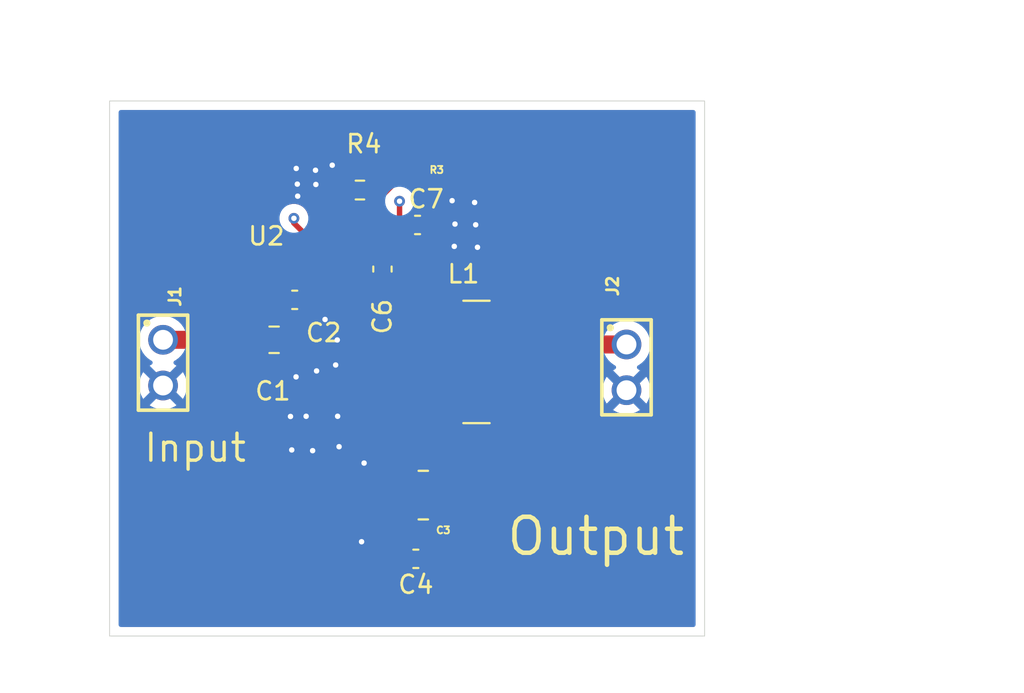
<source format=kicad_pcb>
(kicad_pcb (version 20241229) (generator "pcbnew") (generator_version "9.0")
  (layers (0 "F.Cu" signal) (4 "In1.Cu" signal) (6 "In2.Cu" signal) (2 "B.Cu" signal) (13 "F.Paste" user) (15 "B.Paste" user) (5 "F.SilkS" user "F.Silkscreen") (7 "B.SilkS" user "B.Silkscreen") (1 "F.Mask" user) (3 "B.Mask" user) (25 "Edge.Cuts" user))
  (net 0 "")
  (net 1 "Net-(U2-BOOT)")
  (net 2 "Net-(U2-EN_UVLO)")
  (net 3 "Net-(U2-SW)")
  (net 5 "Net-(U2-MODE_SYNC)")
  (net 6 "Net-(U2-FB)")
  (net 7 "GND")
  (net 8 "Net-(C3-Pad1)")
  (footprint "footprints:RPE0009A" (layer "F.Cu") (at 101.810001 73.292)
    (property "Reference" "U2" (at -3.029999 -0.612 0) (layer "F.SilkS"))
    (property "Value" "LMR36503MSCQRPERQ1" (hide yes))
    (pad "1" smd custom (at -0.900001 -0.738) (size 0.2 0.2) (layers "F.Cu" "F.Mask" "F.Paste") (net 5 "Net-(U2-MODE_SYNC)") (options (clearance outline) (anchor rect)) (primitives (gr_poly (pts (xy -0.299999 0.0625) (xy -0.299999 -0.062501) (xy -0.249999 -0.112501) (xy 0.000003 -0.112501) (xy 0.050003 -0.162501) (xy 0.050003 -0.412501) (xy 0.100003 -0.462501) (xy 0.400002 -0.462501) (xy 0.450002 -0.412501) (xy 0.450002 0.0625) (xy 0.400002 0.1125) (xy -0.249999 0.1125)) (width 0) (fill yes))))
    (pad "2" smd rect (at -0.900001 -0.25) (size 0.599999 0.249999) (layers "F.Cu" "F.Mask" "F.Paste"))
    (pad "3" smd rect (at -0.900001 0.25) (size 0.599999 0.249999) (layers "F.Cu" "F.Mask" "F.Paste") (net 2 "Net-(U2-EN_UVLO)"))
    (pad "4" smd custom (at -0.900001 0.738) (size 0.2 0.2) (layers "F.Cu" "F.Mask" "F.Paste") (net 2 "Net-(U2-EN_UVLO)") (options (clearance outline) (anchor rect)) (primitives (gr_poly (pts (xy -0.299999 -0.0625) (xy -0.299999 0.062501) (xy -0.249999 0.112501) (xy 0.000003 0.112501) (xy 0.050003 0.162501) (xy 0.050003 0.412501) (xy 0.100003 0.462501) (xy 0.400002 0.462503) (xy 0.450002 0.412503) (xy 0.450002 -0.0625) (xy 0.400002 -0.1125) (xy -0.249999 -0.1125)) (width 0) (fill yes))))
    (pad "5" smd custom (at 0.900001 0.738) (size 0.2 0.2) (layers "F.Cu" "F.Mask" "F.Paste") (net 3 "Net-(U2-SW)") (options (clearance outline) (anchor rect)) (primitives (gr_poly (pts (xy 0.299999 -0.0625) (xy 0.299999 0.062501) (xy 0.249999 0.112501) (xy -0.000003 0.112501) (xy -0.050003 0.162501) (xy -0.050003 0.412501) (xy -0.100003 0.462501) (xy -0.400002 0.462503) (xy -0.450002 0.412503) (xy -0.450002 -0.0625) (xy -0.400002 -0.1125) (xy 0.249999 -0.1125)) (width 0) (fill yes))))
    (pad "6" smd rect (at 0.900001 0.25) (size 0.599999 0.249999) (layers "F.Cu" "F.Mask" "F.Paste") (net 1 "Net-(U2-BOOT)"))
    (pad "7" smd rect (at 0.900001 -0.25) (size 0.599999 0.249999) (layers "F.Cu" "F.Mask" "F.Paste") (net 5 "Net-(U2-MODE_SYNC)"))
    (pad "8" smd custom (at 0.900001 -0.738) (size 0.2 0.2) (layers "F.Cu" "F.Mask" "F.Paste") (net 6 "Net-(U2-FB)") (options (clearance outline) (anchor rect)) (primitives (gr_poly (pts (xy 0.299999 0.0625) (xy 0.299999 -0.062501) (xy 0.249999 -0.112501) (xy -0.000003 -0.112501) (xy -0.050003 -0.162501) (xy -0.050003 -0.412501) (xy -0.100003 -0.462501) (xy -0.400002 -0.462501) (xy -0.450002 -0.412501) (xy -0.450002 0.0625) (xy -0.400002 0.1125) (xy 0.249999 0.1125)) (width 0) (fill yes))))
    (pad "9" smd rect (at 0 -0.549999) (size 0.349999 1.3) (layers "F.Cu" "F.Mask") (net 7 "GND"))
  )
  (footprint "Capacitor_SMD:C_0805_2012Metric" (layer "F.Cu") (at 99.21 78.44)
    (property "Reference" "C1" (at -0.07 2.85 0) (layer "F.SilkS"))
    (property "Value" "2.2uf" (hide yes))
    (fp_line (start -0.261252 -0.735) (end 0.261252 -0.735) (stroke (width 0.12)) (layer "F.SilkS"))
    (fp_line (start -0.261252 0.735) (end 0.261252 0.735) (stroke (width 0.12)) (layer "F.SilkS"))
    (pad "1" smd roundrect (at -0.95 0) (size 1 1.45) (layers "F.Cu" "F.Mask" "F.Paste") (net 2 "Net-(U2-EN_UVLO)"))
    (pad "2" smd roundrect (at 0.95 0) (size 1 1.45) (layers "F.Cu" "F.Mask" "F.Paste") (net 7 "GND"))
  )
  (footprint "61300211121:61300211121" (layer "F.Cu") (at 118.79 79.97 -90)
    (property "Reference" "J2" (at -4.52 0.77 90) (layer "F.SilkS") (effects (font (size 0.64 0.64))))
    (property "Value" "6130XX11121_61300211121" (hide yes))
    (fp_line (start -2.64 1.37) (end -2.64 -1.37) (stroke (width 0.2)) (layer "F.SilkS"))
    (fp_line (start 2.64 1.37) (end -2.64 1.37) (stroke (width 0.2)) (layer "F.SilkS"))
    (fp_line (start -2.64 -1.37) (end 2.64 -1.37) (stroke (width 0.2)) (layer "F.SilkS"))
    (fp_line (start 2.64 -1.37) (end 2.64 1.37) (stroke (width 0.2)) (layer "F.SilkS"))
    (fp_circle (center -2.2 0.9) (end -2.1 0.9) (stroke (width 0.2)) (fill no) (layer "F.SilkS"))
    (pad "1" thru_hole circle (at -1.27 0 270) (size 1.65 1.65) (drill 1.1) (layers "*.Cu" "*.Mask") (net 8 "Net-(C3-Pad1)"))
    (pad "2" thru_hole circle (at 1.27 0 270) (size 1.65 1.65) (drill 1.1) (layers "*.Cu" "*.Mask") (net 7 "GND"))
  )
  (footprint "GCM32ER71C226KE19L:CAPC3225X270N" (layer "F.Cu") (at 107.5 87.07 180)
    (property "Reference" "C3" (at -1.11 -1.95 0) (layer "F.SilkS") (effects (font (size 0.393701 0.393701) (thickness 0.098425))))
    (property "Value" "22uf")
    (fp_line (start -0.26 1.35) (end 0.26 1.35) (stroke (width 0.127)) (layer "F.SilkS"))
    (fp_line (start -0.26 -1.35) (end 0.26 -1.35) (stroke (width 0.127)) (layer "F.SilkS"))
    (pad "1" smd rect (at -1.341 0 180) (size 1.53 2.72) (layers "F.Cu" "F.Mask" "F.Paste") (net 8 "Net-(C3-Pad1)"))
    (pad "2" smd rect (at 1.341 0 180) (size 1.53 2.72) (layers "F.Cu" "F.Mask" "F.Paste") (net 7 "GND"))
  )
  (footprint "Capacitor_SMD:C_0603_1608Metric" (layer "F.Cu") (at 105.23 74.51 -90)
    (property "Reference" "C6" (at 2.645 0.01 90) (layer "F.SilkS"))
    (property "Value" ".1uf" (hide yes))
    (fp_line (start -0.14058 0.51) (end 0.14058 0.51) (stroke (width 0.12)) (layer "F.SilkS"))
    (fp_line (start -0.14058 -0.51) (end 0.14058 -0.51) (stroke (width 0.12)) (layer "F.SilkS"))
    (pad "1" smd roundrect (at -0.775 0 270) (size 0.9 0.95) (layers "F.Cu" "F.Mask" "F.Paste") (net 1 "Net-(U2-BOOT)"))
    (pad "2" smd roundrect (at 0.775 0 270) (size 0.9 0.95) (layers "F.Cu" "F.Mask" "F.Paste") (net 3 "Net-(U2-SW)"))
  )
  (footprint "RC0603FR_07100KL:RESC1607X60N" (layer "F.Cu") (at 107.985 67.9 180)
    (property "Reference" "R3" (at -0.26 -1.1 0) (layer "F.SilkS") (effects (font (size 0.393701 0.393701) (thickness 0.098425))))
    (property "Value" "100k" (hide yes))
    (pad "1" smd rect (at -0.735 0 180) (size 1.04 1.02) (layers "F.Cu" "F.Mask" "F.Paste") (net 8 "Net-(C3-Pad1)"))
    (pad "2" smd rect (at 0.735 0 180) (size 1.04 1.02) (layers "F.Cu" "F.Mask" "F.Paste") (net 6 "Net-(U2-FB)"))
  )
  (footprint "Capacitor_SMD:C_0603_1608Metric" (layer "F.Cu") (at 100.355 76.22)
    (property "Reference" "C2" (at 1.605 1.83 0) (layer "F.SilkS"))
    (property "Value" ".1uf" (hide yes))
    (fp_line (start -0.14058 -0.51) (end 0.14058 -0.51) (stroke (width 0.12)) (layer "F.SilkS"))
    (fp_line (start -0.14058 0.51) (end 0.14058 0.51) (stroke (width 0.12)) (layer "F.SilkS"))
    (pad "1" smd roundrect (at -0.775 0) (size 0.9 0.95) (layers "F.Cu" "F.Mask" "F.Paste") (net 2 "Net-(U2-EN_UVLO)"))
    (pad "2" smd roundrect (at 0.775 0) (size 0.9 0.95) (layers "F.Cu" "F.Mask" "F.Paste") (net 7 "GND"))
  )
  (footprint "SRR6038-330Y:IND_SRR6038-330Y" (layer "F.Cu") (at 110.455 79.67)
    (property "Reference" "L1" (at -0.725 -4.885 0) (layer "F.SilkS"))
    (property "Value" "33uH")
    (fp_line (start -0.73 -3.4) (end 0.73 -3.4) (stroke (width 0.127)) (layer "F.SilkS"))
    (fp_line (start 0.73 3.4) (end -0.73 3.4) (stroke (width 0.127)) (layer "F.SilkS"))
    (pad "1" smd custom (at -3.175 0) (size 0.5 0.5) (layers "F.Cu") (net 3 "Net-(U2-SW)") (options (clearance outline) (anchor rect)) (primitives (gr_poly (pts (xy 2.125 3.65) (xy -0.075 3.65) (xy -0.096 3.649) (xy -0.117 3.648) (xy -0.138 3.645) (xy -0.158 3.641) (xy -0.179 3.636) (xy -0.199 3.63) (xy -0.218 3.623) (xy -0.238 3.615) (xy -0.257 3.606) (xy -0.275 3.596) (xy -0.293 3.585) (xy -0.31 3.574) (xy -0.327 3.561) (xy -0.343 3.547) (xy -0.358 3.533) (xy -0.372 3.518) (xy -0.386 3.502) (xy -0.399 3.485) (xy -0.41 3.468) (xy -0.421 3.45) (xy -0.431 3.432) (xy -0.44 3.413) (xy -0.448 3.393) (xy -0.455 3.374) (xy -0.461 3.354) (xy -0.466 3.333) (xy -0.47 3.313) (xy -0.473 3.292) (xy -0.474 3.271) (xy -0.475 3.25) (xy -0.475 -3.25) (xy -0.474 -3.271) (xy -0.473 -3.292) (xy -0.47 -3.313) (xy -0.466 -3.333) (xy -0.461 -3.354) (xy -0.455 -3.374) (xy -0.448 -3.393) (xy -0.44 -3.413) (xy -0.431 -3.432) (xy -0.421 -3.45) (xy -0.41 -3.468) (xy -0.399 -3.485) (xy -0.386 -3.502) (xy -0.372 -3.518) (xy -0.358 -3.533) (xy -0.343 -3.547) (xy -0.327 -3.561) (xy -0.31 -3.574) (xy -0.293 -3.585) (xy -0.275 -3.596) (xy -0.257 -3.606) (xy -0.238 -3.615) (xy -0.218 -3.623) (xy -0.199 -3.63) (xy -0.179 -3.636) (xy -0.158 -3.641) (xy -0.138 -3.645) (xy -0.117 -3.648) (xy -0.096 -3.649) (xy -0.075 -3.65) (xy 2.125 -3.65) (xy 2.125 -2.488) (xy 2.02 -2.441) (xy 1.926 -2.395) (xy 1.834 -2.345) (xy 1.744 -2.291) (xy 1.656 -2.234) (xy 1.57 -2.173) (xy 1.487 -2.109) (xy 1.406 -2.042) (xy 1.328 -1.972) (xy 1.253 -1.898) (xy 1.181 -1.822) (xy 1.111 -1.743) (xy 1.045 -1.662) (xy 0.982 -1.578) (xy 0.922 -1.491) (xy 0.866 -1.403) (xy 0.814 -1.312) (xy 0.764 -1.219) (xy 0.719 -1.125) (xy 0.677 -1.028) (xy 0.639 -0.93) (xy 0.605 -0.831) (xy 0.575 -0.731) (xy 0.548 -0.629) (xy 0.526 -0.526) (xy 0.508 -0.423) (xy 0.493 -0.319) (xy 0.483 -0.214) (xy 0.477 -0.11) (xy 0.475 0) (xy 0.477 0.11) (xy 0.483 0.214) (xy 0.493 0.319) (xy 0.508 0.423) (xy 0.526 0.526) (xy 0.548 0.629) (xy 0.575 0.731) (xy 0.605 0.831) (xy 0.639 0.93) (xy 0.677 1.028) (xy 0.719 1.125) (xy 0.764 1.219) (xy 0.814 1.312) (xy 0.866 1.403) (xy 0.922 1.491) (xy 0.982 1.578) (xy 1.045 1.662) (xy 1.111 1.743) (xy 1.181 1.822) (xy 1.253 1.898) (xy 1.328 1.972) (xy 1.406 2.042) (xy 1.487 2.109) (xy 1.57 2.173) (xy 1.656 2.234) (xy 1.744 2.291) (xy 1.834 2.345) (xy 1.926 2.395) (xy 2.02 2.441) (xy 2.125 2.488) (xy 2.125 3.65)) (width 0.01) (fill yes))))
    (pad "2" smd custom (at 3.175 0) (size 0.5 0.5) (layers "F.Cu") (net 8 "Net-(C3-Pad1)") (options (clearance outline) (anchor rect)) (primitives (gr_poly (pts (xy 0.475 -3.25) (xy 0.475 3.25) (xy 0.474 3.271) (xy 0.473 3.292) (xy 0.47 3.313) (xy 0.466 3.333) (xy 0.461 3.354) (xy 0.455 3.374) (xy 0.448 3.393) (xy 0.44 3.413) (xy 0.431 3.432) (xy 0.421 3.45) (xy 0.41 3.468) (xy 0.399 3.485) (xy 0.386 3.502) (xy 0.372 3.518) (xy 0.358 3.533) (xy 0.343 3.547) (xy 0.327 3.561) (xy 0.31 3.574) (xy 0.293 3.585) (xy 0.275 3.596) (xy 0.257 3.606) (xy 0.238 3.615) (xy 0.218 3.623) (xy 0.199 3.63) (xy 0.179 3.636) (xy 0.158 3.641) (xy 0.138 3.645) (xy 0.117 3.648) (xy 0.096 3.649) (xy 0.075 3.65) (xy -2.125 3.65) (xy -2.125 2.488) (xy -2.02 2.441) (xy -1.926 2.395) (xy -1.834 2.345) (xy -1.744 2.291) (xy -1.656 2.234) (xy -1.57 2.173) (xy -1.487 2.109) (xy -1.406 2.042) (xy -1.328 1.972) (xy -1.253 1.898) (xy -1.181 1.822) (xy -1.111 1.743) (xy -1.045 1.662) (xy -0.982 1.578) (xy -0.922 1.491) (xy -0.866 1.403) (xy -0.814 1.312) (xy -0.764 1.219) (xy -0.719 1.125) (xy -0.677 1.028) (xy -0.639 0.93) (xy -0.605 0.831) (xy -0.575 0.731) (xy -0.548 0.629) (xy -0.526 0.526) (xy -0.508 0.423) (xy -0.493 0.319) (xy -0.483 0.214) (xy -0.477 0.11) (xy -0.475 0) (xy -0.477 -0.11) (xy -0.483 -0.214) (xy -0.493 -0.319) (xy -0.508 -0.423) (xy -0.526 -0.526) (xy -0.548 -0.629) (xy -0.575 -0.731) (xy -0.605 -0.831) (xy -0.639 -0.93) (xy -0.677 -1.028) (xy -0.719 -1.125) (xy -0.764 -1.219) (xy -0.814 -1.312) (xy -0.866 -1.403) (xy -0.922 -1.491) (xy -0.982 -1.578) (xy -1.045 -1.662) (xy -1.111 -1.743) (xy -1.181 -1.822) (xy -1.253 -1.898) (xy -1.328 -1.972) (xy -1.406 -2.042) (xy -1.487 -2.109) (xy -1.57 -2.173) (xy -1.656 -2.234) (xy -1.744 -2.291) (xy -1.834 -2.345) (xy -1.926 -2.395) (xy -2.02 -2.441) (xy -2.125 -2.488) (xy -2.125 -3.65) (xy 0.075 -3.65) (xy 0.096 -3.649) (xy 0.117 -3.648) (xy 0.138 -3.645) (xy 0.158 -3.641) (xy 0.179 -3.636) (xy 0.199 -3.63) (xy 0.218 -3.623) (xy 0.238 -3.615) (xy 0.257 -3.606) (xy 0.275 -3.596) (xy 0.293 -3.585) (xy 0.31 -3.574) (xy 0.327 -3.561) (xy 0.343 -3.547) (xy 0.358 -3.533) (xy 0.372 -3.518) (xy 0.386 -3.502) (xy 0.399 -3.485) (xy 0.41 -3.468) (xy 0.421 -3.45) (xy 0.431 -3.432) (xy 0.44 -3.413) (xy 0.448 -3.393) (xy 0.455 -3.374) (xy 0.461 -3.354) (xy 0.466 -3.333) (xy 0.47 -3.313) (xy 0.473 -3.292) (xy 0.474 -3.271) (xy 0.475 -3.25)) (width 0.01) (fill yes))))
  )
  (footprint "Capacitor_SMD:C_0603_1608Metric" (layer "F.Cu") (at 107.085 90.61 180)
    (property "Reference" "C4" (at 0 -1.43 0) (layer "F.SilkS"))
    (property "Value" ".1uf")
    (fp_line (start -0.14058 0.51) (end 0.14058 0.51) (stroke (width 0.12)) (layer "F.SilkS"))
    (fp_line (start -0.14058 -0.51) (end 0.14058 -0.51) (stroke (width 0.12)) (layer "F.SilkS"))
    (pad "1" smd roundrect (at -0.775 0 180) (size 0.9 0.95) (layers "F.Cu" "F.Mask" "F.Paste") (net 8 "Net-(C3-Pad1)"))
    (pad "2" smd roundrect (at 0.775 0 180) (size 0.9 0.95) (layers "F.Cu" "F.Mask" "F.Paste") (net 7 "GND"))
  )
  (footprint "Capacitor_SMD:C_0603_1608Metric" (layer "F.Cu") (at 107.18 72.06)
    (property "Reference" "C7" (at 0.48 -1.44 0) (layer "F.SilkS"))
    (property "Value" "1uf" (hide yes))
    (fp_line (start -0.14058 -0.51) (end 0.14058 -0.51) (stroke (width 0.12)) (layer "F.SilkS"))
    (fp_line (start -0.14058 0.51) (end 0.14058 0.51) (stroke (width 0.12)) (layer "F.SilkS"))
    (pad "1" smd roundrect (at -0.775 0) (size 0.9 0.95) (layers "F.Cu" "F.Mask" "F.Paste") (net 5 "Net-(U2-MODE_SYNC)"))
    (pad "2" smd roundrect (at 0.775 0) (size 0.9 0.95) (layers "F.Cu" "F.Mask" "F.Paste") (net 7 "GND"))
  )
  (footprint "Resistor_SMD:R_0603_1608Metric" (layer "F.Cu") (at 103.98 70.12 180)
    (property "Reference" "R4" (at -0.215 2.56 0) (layer "F.SilkS"))
    (property "Value" "43.2k" (hide yes))
    (fp_line (start -0.237258 0.5225) (end 0.237258 0.5225) (stroke (width 0.12)) (layer "F.SilkS"))
    (fp_line (start -0.237258 -0.5225) (end 0.237258 -0.5225) (stroke (width 0.12)) (layer "F.SilkS"))
    (pad "1" smd roundrect (at -0.825 0 180) (size 0.8 0.95) (layers "F.Cu" "F.Mask" "F.Paste") (net 6 "Net-(U2-FB)"))
    (pad "2" smd roundrect (at 0.825 0 180) (size 0.8 0.95) (layers "F.Cu" "F.Mask" "F.Paste") (net 7 "GND"))
  )
  (footprint "61300211121:61300211121" (layer "F.Cu") (at 93.04 79.71 -90)
    (property "Reference" "J1" (at -3.68 -0.6625 90) (layer "F.SilkS") (effects (font (size 0.64 0.64))))
    (property "Value" "6130XX11121_61300211121" (hide yes))
    (fp_line (start -2.64 1.37) (end -2.64 -1.37) (stroke (width 0.2)) (layer "F.SilkS"))
    (fp_line (start 2.64 1.37) (end -2.64 1.37) (stroke (width 0.2)) (layer "F.SilkS"))
    (fp_line (start -2.64 -1.37) (end 2.64 -1.37) (stroke (width 0.2)) (layer "F.SilkS"))
    (fp_line (start 2.64 -1.37) (end 2.64 1.37) (stroke (width 0.2)) (layer "F.SilkS"))
    (fp_circle (center -2.2 0.9) (end -2.1 0.9) (stroke (width 0.2)) (fill no) (layer "F.SilkS"))
    (pad "1" thru_hole circle (at -1.27 0 270) (size 1.65 1.65) (drill 1.1) (layers "*.Cu" "*.Mask") (net 2 "Net-(U2-EN_UVLO)"))
    (pad "2" thru_hole circle (at 1.27 0 270) (size 1.65 1.65) (drill 1.1) (layers "*.Cu" "*.Mask") (net 7 "GND"))
  )
  (gr_rect (start 90.07 65.17) (end 123.13 94.9) (stroke (width 0.05)) (fill no) (layer "Edge.Cuts"))
  (gr_text "Input" (at 91.88 85.32 0) (layer "F.SilkS") (effects (font (size 1.5 1.5) (thickness 0.1875)) (justify left bottom)))
  (gr_text "Output" (at 112.02 90.53 0) (layer "F.SilkS") (effects (font (size 2 2) (thickness 0.25)) (justify left bottom)))
  (segment (start 104.497 73.542) (end 104.69 73.735) (width 0.3) (layer "F.Cu") (net 1))
  (segment (start 102.710002 73.542) (end 104.497 73.542) (width 0.3) (layer "F.Cu") (net 1))
  (segment (start 100.91 73.542) (end 100.91 74.03) (width 0.3) (layer "F.Cu") (net 2))
  (segment (start 95.46 78.44) (end 95.56 78.34) (width 1) (layer "F.Cu") (net 2))
  (segment (start 93.04 78.44) (end 95.46 78.44) (width 1) (layer "F.Cu") (net 2))
  (segment (start 106.405 72.06) (end 104.85 72.06) (width 0.3) (layer "F.Cu") (net 5))
  (segment (start 100.31 71.954) (end 100.31 71.69) (width 0.3) (layer "F.Cu") (net 5))
  (segment (start 100.91 72.554) (end 100.31 71.954) (width 0.3) (layer "F.Cu") (net 5))
  (segment (start 106.18 71.835) (end 106.405 72.06) (width 0.3) (layer "F.Cu") (net 5))
  (segment (start 100.31 71.69) (end 100.31 71.67) (width 0.3) (layer "F.Cu") (net 5))
  (segment (start 106.18 70.74) (end 106.18 71.835) (width 0.3) (layer "F.Cu") (net 5))
  (segment (start 104.85 72.06) (end 103.868 73.042) (width 0.3) (layer "F.Cu") (net 5))
  (segment (start 103.868 73.042) (end 102.710002 73.042) (width 0.3) (layer "F.Cu") (net 5))
  (via (at 106.18 70.74) (size 0.6) (drill 0.3) (layers "F.Cu" "B.Cu") (net 5))
  (via (at 100.31 71.69) (size 0.6) (drill 0.3) (layers "F.Cu" "B.Cu") (net 5))
  (segment (start 104.805 70.12) (end 105.03 70.12) (width 1) (layer "F.Cu") (net 6))
  (segment (start 105.03 70.12) (end 107.25 67.9) (width 1) (layer "F.Cu") (net 6))
  (segment (start 104.805 70.459002) (end 103.073002 72.191) (width 1) (layer "F.Cu") (net 6))
  (segment (start 104.805 70.12) (end 104.805 70.459002) (width 1) (layer "F.Cu") (net 6))
  (segment (start 103.073002 72.191) (end 102.710002 72.191) (width 1) (layer "F.Cu") (net 6))
  (segment (start 101.810001 71.750001) (end 100.52 70.46) (width 0.3) (layer "F.Cu") (net 7))
  (segment (start 101.810001 72.742001) (end 101.810001 71.750001) (width 0.3) (layer "F.Cu") (net 7))
  (via (at 101.53 69.81) (size 0.6) (drill 0.3) (layers "F.Cu" "B.Cu") (net 7))
  (via (at 100.5 69.79) (size 0.6) (drill 0.3) (layers "F.Cu" "B.Cu") (net 7))
  (via (at 104.21 85.29) (size 0.6) (drill 0.3) (layers "F.Cu" "B.Cu") (net 7))
  (via (at 110.35 70.81) (size 0.6) (drill 0.3) (layers "F.Cu" "B.Cu") (net 7))
  (via (at 100.19 84.56) (size 0.6) (drill 0.3) (layers "F.Cu" "B.Cu") (net 7))
  (via (at 102.63 79.84) (size 0.6) (drill 0.3) (layers "F.Cu" "B.Cu") (net 7))
  (via (at 101.51 69.02) (size 0.6) (drill 0.3) (layers "F.Cu" "B.Cu") (net 7))
  (via (at 102.74 82.69) (size 0.6) (drill 0.3) (layers "F.Cu" "B.Cu") (net 7))
  (via (at 100.12 82.7) (size 0.6) (drill 0.3) (layers "F.Cu" "B.Cu") (net 7))
  (via (at 104.07 89.66) (size 0.6) (drill 0.3) (layers "F.Cu" "B.Cu") (net 7))
  (via (at 101.35 84.6) (size 0.6) (drill 0.3) (layers "F.Cu" "B.Cu") (net 7))
  (via (at 102.44 68.74) (size 0.6) (drill 0.3) (layers "F.Cu" "B.Cu") (net 7))
  (via (at 100.99 82.69) (size 0.6) (drill 0.3) (layers "F.Cu" "B.Cu") (net 7))
  (via (at 110.51 73.3) (size 0.6) (drill 0.3) (layers "F.Cu" "B.Cu") (net 7))
  (via (at 100.52 70.46) (size 0.6) (drill 0.3) (layers "F.Cu" "B.Cu") (net 7))
  (via (at 110.41 72.05) (size 0.6) (drill 0.3) (layers "F.Cu" "B.Cu") (net 7))
  (via (at 109.1 70.71) (size 0.6) (drill 0.3) (layers "F.Cu" "B.Cu") (net 7))
  (via (at 101.57 80.17) (size 0.6) (drill 0.3) (layers "F.Cu" "B.Cu") (net 7))
  (via (at 109.26 72.01) (size 0.6) (drill 0.3) (layers "F.Cu" "B.Cu") (net 7))
  (via (at 102.72 78.45) (size 0.6) (drill 0.3) (layers "F.Cu" "B.Cu") (net 7))
  (via (at 102.82 84.38) (size 0.6) (drill 0.3) (layers "F.Cu" "B.Cu") (net 7))
  (via (at 102.04 77.31) (size 0.6) (drill 0.3) (layers "F.Cu" "B.Cu") (net 7))
  (via (at 109.22 73.25) (size 0.6) (drill 0.3) (layers "F.Cu" "B.Cu") (net 7))
  (via (at 100.44 68.92) (size 0.6) (drill 0.3) (layers "F.Cu" "B.Cu") (net 7))
  (via (at 100.43 80.5) (size 0.6) (drill 0.3) (layers "F.Cu" "B.Cu") (net 7))
  (segment (start 114.6 78.7) (end 113.63 79.67) (width 1) (layer "F.Cu") (net 8))
  (segment (start 113.63 71.07) (end 113.63 79.67) (width 1) (layer "F.Cu") (net 8))
  (segment (start 118.79 78.7) (end 114.6 78.7) (width 1) (layer "F.Cu") (net 8))
  (segment (start 110.54 67.9) (end 113.67 71.03) (width 1) (layer "F.Cu") (net 8))
  (segment (start 108.72 67.9) (end 110.54 67.9) (width 1) (layer "F.Cu") (net 8))
  (segment (start 113.67 71.03) (end 113.63 71.07) (width 1) (layer "F.Cu") (net 8))
  (zone (net 7) (net_name "GND") (layer "F.Cu") (priority 4) (connect_pads yes (clearance 0.5)) (min_thickness 0.25) (fill yes (thermal_gap 0.5) (thermal_bridge_width 0.5))
    (polygon (pts (xy 104.97 92.07) (xy 106.98 92.6) (xy 107.085 90.61) (xy 107.5 87.07) (xy 107.365576 86.477622) (xy 101.951056 75.276876) (xy 100.54 74.91) (xy 100.26 76.54) (xy 99.39 77.95) (xy 99.21 88.72)))
  )
  (zone (net 3) (net_name "Net-(U2-SW)") (layer "F.Cu") (priority 3) (connect_pads yes (clearance 0.5)) (min_thickness 0.25) (fill yes (thermal_gap 0.5) (thermal_bridge_width 0.5))
    (polygon (pts (xy 102.2 74.8) (xy 105.070944 76.385932) (xy 106.438232 83.864587) (xy 110.3 84.53) (xy 110.43 78.11) (xy 110.37 75.52) (xy 104.69 74.51) (xy 103.28 74.51) (xy 103.2 73.83) (xy 102.2 73.73)))
  )
  (zone (net 2) (net_name "Net-(U2-EN_UVLO)") (layer "F.Cu") (priority 2) (connect_pads yes (clearance 0.5)) (min_thickness 0.25) (fill yes (thermal_gap 0.5) (thermal_bridge_width 0.5))
    (polygon (pts (xy 98.7 79.71) (xy 99.39 77.26) (xy 100.26 76.54) (xy 100.54 74.91) (xy 101.49 74.61) (xy 101.490773 73.192382) (xy 100.41 73.16) (xy 95.317844 75.727786) (xy 95.235225 79.71)))
  )
  (zone (net 7) (net_name "GND") (layer "F.Cu") (priority 7) (connect_pads yes (clearance 0.5)) (min_thickness 0.25) (fill yes (mode hatch) (thermal_gap 0.5) (thermal_bridge_width 0.5) (island_removal_mode 1) (island_area_min 10) (hatch_thickness 1) (hatch_gap 1.5) (hatch_orientation 0) (hatch_border_algorithm hatch_thickness) (hatch_min_hole_area 0.3))
    (polygon (pts (xy 107.51 69.53) (xy 107.37 73.94) (xy 111.73 74.26) (xy 111.37 69.8)))
  )
  (zone (net 7) (net_name "GND") (layer "F.Cu") (priority 8) (connect_pads yes (clearance 0.5)) (min_thickness 0.25) (fill yes (thermal_gap 0.5) (thermal_bridge_width 0.5) (island_removal_mode 1) (island_area_min 10))
    (polygon (pts (xy 99.84 70.99) (xy 100.23 73.24) (xy 103.58 72.7) (xy 104.2 72.15) (xy 103.007782 68.12333) (xy 99.87 68.146124) (xy 99.87 71.05)))
  )
  (zone (net 8) (net_name "Net-(C3-Pad1)") (layer "F.Cu") (priority 5) (connect_pads yes (clearance 0.5)) (min_thickness 0.25) (fill yes (thermal_gap 0.5) (thermal_bridge_width 0.5))
    (polygon (pts (xy 107.26 91.77) (xy 107.085 90.61) (xy 107.61 87.12) (xy 107.79 85.17) (xy 110.38 85.1) (xy 110.455 79.67) (xy 110.732927 74.738274) (xy 115.312634 74.628521) (xy 114.86 85.19) (xy 108.97 91.65)))
  )
  (zone (net 7) (net_name "GND") (layer "B.Cu") (priority 1) (connect_pads (clearance 0.5)) (min_thickness 0.25) (fill yes (thermal_gap 0.5) (thermal_bridge_width 0.5))
    (polygon (pts (xy 84.96 60.49) (xy 83.98 97.05) (xy 139.96 98.09) (xy 140.89 59.56)))
  )
)
</source>
